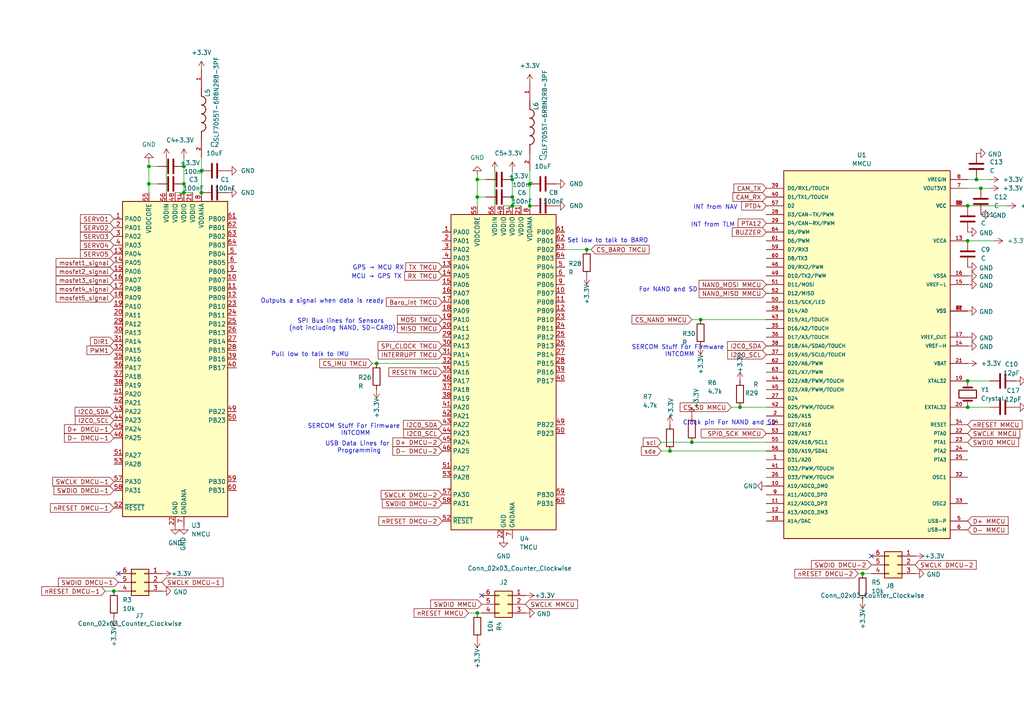
<source format=kicad_sch>
(kicad_sch (version 20250114) (generator "eeschema") (generator_version "9.0")
  (paper "A4")
  (lib_symbols
    (symbol "Connector_Generic:Conn_02x03_Counter_Clockwise" (pin_names (offset 1.016) (hide yes))
      (property "Reference" "J" (at 1.27 5.08 0))
      (property "Value" "Conn_02x03_Counter_Clockwise" (at 1.27 -5.08 0))
      (symbol "Conn_02x03_Counter_Clockwise_1_1"
        (rectangle (start -1.27 3.81) (end 3.81 -3.81) (stroke (width 0.254)) (fill (type background)))
        (rectangle (start -1.27 2.667) (end 0 2.413) (stroke (width 0.1524)))
        (rectangle (start -1.27 0.127) (end 0 -0.127) (stroke (width 0.1524)))
        (rectangle (start -1.27 -2.413) (end 0 -2.667) (stroke (width 0.1524)))
        (rectangle (start 3.81 2.667) (end 2.54 2.413) (stroke (width 0.1524)))
        (rectangle (start 3.81 0.127) (end 2.54 -0.127) (stroke (width 0.1524)))
        (rectangle (start 3.81 -2.413) (end 2.54 -2.667) (stroke (width 0.1524)))
        (pin passive line (at -5.08 2.54 0) (length 3.81) (name "Pin_1") (number "1"))
        (pin passive line (at -5.08 0 0) (length 3.81) (name "Pin_2") (number "2"))
        (pin passive line (at -5.08 -2.54 0) (length 3.81) (name "Pin_3") (number "3"))
        (pin passive line (at 7.62 2.54 180) (length 3.81) (name "Pin_6") (number "6"))
        (pin passive line (at 7.62 0 180) (length 3.81) (name "Pin_5") (number "5"))
        (pin passive line (at 7.62 -2.54 180) (length 3.81) (name "Pin_4") (number "4"))
      )
    )
    (symbol "Device:C" (pin_numbers (hide yes)) (pin_names (offset 0.254))
      (property "Reference" "C" (at 0.635 2.54 0))
      (property "Value" "C" (at 0.635 -2.54 0))
      (symbol "C_0_1"
        (polyline (pts (xy -2.032 0.762) (xy 2.032 0.762)) (stroke (width 0.508)))
        (polyline (pts (xy -2.032 -0.762) (xy 2.032 -0.762)) (stroke (width 0.508)))
      )
      (symbol "C_1_1"
        (pin passive line (at 0 3.81 270) (length 2.794) (name "~") (number "1"))
        (pin passive line (at 0 -3.81 90) (length 2.794) (name "~") (number "2"))
      )
    )
    (symbol "Device:Crystal" (pin_numbers (hide yes)) (pin_names (offset 1.016) (hide yes))
      (property "Reference" "Y" (at 0 3.81 0))
      (property "Value" "Crystal" (at 0 -3.81 0))
      (symbol "Crystal_0_1"
        (polyline (pts (xy -2.54 0) (xy -1.905 0)))
        (polyline (pts (xy -1.905 -1.27) (xy -1.905 1.27)) (stroke (width 0.508)))
        (rectangle (start -1.143 2.54) (end 1.143 -2.54) (stroke (width 0.3048)))
        (polyline (pts (xy 1.905 -1.27) (xy 1.905 1.27)) (stroke (width 0.508)))
        (polyline (pts (xy 2.54 0) (xy 1.905 0)))
      )
      (symbol "Crystal_1_1"
        (pin passive line (at -3.81 0 0) (length 1.27) (name "1") (number "1"))
        (pin passive line (at 3.81 0 180) (length 1.27) (name "2") (number "2"))
      )
    )
    (symbol "Device:R" (pin_numbers (hide yes)) (pin_names (offset 0))
      (property "Reference" "R" (at 2.032 0 90))
      (property "Value" "R" (at 0 0 90))
      (symbol "R_0_1"
        (rectangle (start -1.016 -2.54) (end 1.016 2.54) (stroke (width 0.254)))
      )
      (symbol "R_1_1"
        (pin passive line (at 0 3.81 270) (length 1.27) (name "~") (number "1"))
        (pin passive line (at 0 -3.81 90) (length 1.27) (name "~") (number "2"))
      )
    )
    (symbol "MCU_Microchip_SAMD:ATSAMD21J16B-A"
      (property "Reference" "U" (at -13.97 46.99 0))
      (property "Value" "ATSAMD21J16B-A" (at 16.51 46.99 0))
      (symbol "ATSAMD21J16B-A_0_1"
        (rectangle (start -15.24 45.72) (end 15.24 -45.72) (stroke (width 0.254)) (fill (type background)))
      )
      (symbol "ATSAMD21J16B-A_1_1"
        (pin bidirectional line (at -17.78 40.64 0) (length 2.54) (name "PA00") (number "1"))
        (pin bidirectional line (at -17.78 38.1 0) (length 2.54) (name "PA01") (number "2"))
        (pin bidirectional line (at -17.78 35.56 0) (length 2.54) (name "PA02") (number "3"))
        (pin bidirectional line (at -17.78 33.02 0) (length 2.54) (name "PA03") (number "4"))
        (pin bidirectional line (at -17.78 30.48 0) (length 2.54) (name "PA04") (number "13"))
        (pin bidirectional line (at -17.78 27.94 0) (length 2.54) (name "PA05") (number "14"))
        (pin bidirectional line (at -17.78 25.4 0) (length 2.54) (name "PA06") (number "15"))
        (pin bidirectional line (at -17.78 22.86 0) (length 2.54) (name "PA07") (number "16"))
        (pin bidirectional line (at -17.78 20.32 0) (length 2.54) (name "PA08") (number "17"))
        (pin bidirectional line (at -17.78 17.78 0) (length 2.54) (name "PA09") (number "18"))
        (pin bidirectional line (at -17.78 15.24 0) (length 2.54) (name "PA10") (number "19"))
        (pin bidirectional line (at -17.78 12.7 0) (length 2.54) (name "PA11") (number "20"))
        (pin bidirectional line (at -17.78 10.16 0) (length 2.54) (name "PA12") (number "29"))
        (pin bidirectional line (at -17.78 7.62 0) (length 2.54) (name "PA13") (number "30"))
        (pin bidirectional line (at -17.78 5.08 0) (length 2.54) (name "PA14") (number "31"))
        (pin bidirectional line (at -17.78 2.54 0) (length 2.54) (name "PA15") (number "32"))
        (pin bidirectional line (at -17.78 0 0) (length 2.54) (name "PA16") (number "35"))
        (pin bidirectional line (at -17.78 -2.54 0) (length 2.54) (name "PA17") (number "36"))
        (pin bidirectional line (at -17.78 -5.08 0) (length 2.54) (name "PA18") (number "37"))
        (pin bidirectional line (at -17.78 -7.62 0) (length 2.54) (name "PA19") (number "38"))
        (pin bidirectional line (at -17.78 -10.16 0) (length 2.54) (name "PA20") (number "41"))
        (pin bidirectional line (at -17.78 -12.7 0) (length 2.54) (name "PA21") (number "42"))
        (pin bidirectional line (at -17.78 -15.24 0) (length 2.54) (name "PA22") (number "43"))
        (pin bidirectional line (at -17.78 -17.78 0) (length 2.54) (name "PA23") (number "44"))
        (pin bidirectional line (at -17.78 -20.32 0) (length 2.54) (name "PA24") (number "45"))
        (pin bidirectional line (at -17.78 -22.86 0) (length 2.54) (name "PA25") (number "46"))
        (pin bidirectional line (at -17.78 -27.94 0) (length 2.54) (name "PA27") (number "51"))
        (pin bidirectional line (at -17.78 -30.48 0) (length 2.54) (name "PA28") (number "53"))
        (pin bidirectional line (at -17.78 -35.56 0) (length 2.54) (name "PA30") (number "57"))
        (pin bidirectional line (at -17.78 -38.1 0) (length 2.54) (name "PA31") (number "58"))
        (pin input line (at -17.78 -43.18 0) (length 2.54) (name "~{RESET}") (number "52"))
        (pin power_out line (at -7.62 48.26 270) (length 2.54) (name "VDDCORE") (number "55"))
        (pin power_in line (at -2.54 48.26 270) (length 2.54) (name "VDDIN") (number "56"))
        (pin power_in line (at 0 48.26 270) (length 2.54) (name "VDDIO") (number "48"))
        (pin power_in line (at 0 -48.26 90) (length 2.54) (name "GND") (number "22"))
        (pin passive line (at 0 -48.26 90) (length 2.54) (hide yes) (name "GND") (number "33"))
        (pin passive line (at 0 -48.26 90) (length 2.54) (hide yes) (name "GND") (number "47"))
        (pin passive line (at 0 -48.26 90) (length 2.54) (hide yes) (name "GND") (number "54"))
        (pin power_in line (at 2.54 48.26 270) (length 2.54) (name "VDDIO") (number "34"))
        (pin power_in line (at 2.54 -48.26 90) (length 2.54) (name "GNDANA") (number "7"))
        (pin power_in line (at 5.08 48.26 270) (length 2.54) (name "VDDIO") (number "21"))
        (pin power_in line (at 7.62 48.26 270) (length 2.54) (name "VDDANA") (number "8"))
        (pin bidirectional line (at 17.78 40.64 180) (length 2.54) (name "PB00") (number "61"))
        (pin bidirectional line (at 17.78 38.1 180) (length 2.54) (name "PB01") (number "62"))
        (pin bidirectional line (at 17.78 35.56 180) (length 2.54) (name "PB02") (number "63"))
        (pin bidirectional line (at 17.78 33.02 180) (length 2.54) (name "PB03") (number "64"))
        (pin bidirectional line (at 17.78 30.48 180) (length 2.54) (name "PB04") (number "5"))
        (pin bidirectional line (at 17.78 27.94 180) (length 2.54) (name "PB05") (number "6"))
        (pin bidirectional line (at 17.78 25.4 180) (length 2.54) (name "PB06") (number "9"))
        (pin bidirectional line (at 17.78 22.86 180) (length 2.54) (name "PB07") (number "10"))
        (pin bidirectional line (at 17.78 20.32 180) (length 2.54) (name "PB08") (number "11"))
        (pin bidirectional line (at 17.78 17.78 180) (length 2.54) (name "PB09") (number "12"))
        (pin bidirectional line (at 17.78 15.24 180) (length 2.54) (name "PB10") (number "23"))
        (pin bidirectional line (at 17.78 12.7 180) (length 2.54) (name "PB11") (number "24"))
        (pin bidirectional line (at 17.78 10.16 180) (length 2.54) (name "PB12") (number "25"))
        (pin bidirectional line (at 17.78 7.62 180) (length 2.54) (name "PB13") (number "26"))
        (pin bidirectional line (at 17.78 5.08 180) (length 2.54) (name "PB14") (number "27"))
        (pin bidirectional line (at 17.78 2.54 180) (length 2.54) (name "PB15") (number "28"))
        (pin bidirectional line (at 17.78 0 180) (length 2.54) (name "PB16") (number "39"))
        (pin bidirectional line (at 17.78 -2.54 180) (length 2.54) (name "PB17") (number "40"))
        (pin bidirectional line (at 17.78 -15.24 180) (length 2.54) (name "PB22") (number "49"))
        (pin bidirectional line (at 17.78 -17.78 180) (length 2.54) (name "PB23") (number "50"))
        (pin bidirectional line (at 17.78 -35.56 180) (length 2.54) (name "PB30") (number "59"))
        (pin bidirectional line (at 17.78 -38.1 180) (length 2.54) (name "PB31") (number "60"))
      )
    )
    (symbol "MK20DX256VLH7:MK20DX256VLH7" (pin_names (offset 1.016))
      (property "Reference" "U" (at -3.557 56.6582 0))
      (property "Value" "MK20DX256VLH7" (at -5.0839 -53.3807 0))
      (symbol "MK20DX256VLH7_0_0"
        (rectangle (start -22.86 -50.8) (end 25.4 55.88) (stroke (width 0.254)) (fill (type background)))
        (pin bidirectional line (at -27.94 50.8 0) (length 5.08) (name "D0/RX1/TOUCH") (number "39"))
        (pin bidirectional line (at -27.94 48.26 0) (length 5.08) (name "D1/TX1/TOUCH") (number "40"))
        (pin bidirectional line (at -27.94 45.72 0) (length 5.08) (name "D2") (number "57"))
        (pin bidirectional line (at -27.94 43.18 0) (length 5.08) (name "D3/CAN-TX/PWM") (number "28"))
        (pin bidirectional line (at -27.94 40.64 0) (length 5.08) (name "D4/CAN-RX/PWM") (number "29"))
        (pin bidirectional line (at -27.94 38.1 0) (length 5.08) (name "D5/PWM") (number "64"))
        (pin bidirectional line (at -27.94 35.56 0) (length 5.08) (name "D6/PWM") (number "61"))
        (pin bidirectional line (at -27.94 33.02 0) (length 5.08) (name "D7/RX3") (number "59"))
        (pin bidirectional line (at -27.94 30.48 0) (length 5.08) (name "D8/TX3") (number "60"))
        (pin bidirectional line (at -27.94 27.94 0) (length 5.08) (name "D9/RX2/PWM") (number "46"))
        (pin bidirectional line (at -27.94 25.4 0) (length 5.08) (name "D10/TX2/PWM") (number "49"))
        (pin bidirectional line (at -27.94 22.86 0) (length 5.08) (name "D11/MOSI") (number "51"))
        (pin bidirectional line (at -27.94 20.32 0) (length 5.08) (name "D12/MISO") (number "52"))
        (pin bidirectional line (at -27.94 17.78 0) (length 5.08) (name "D13/SCK/LED") (number "50"))
        (pin bidirectional line (at -27.94 15.24 0) (length 5.08) (name "D14/A0") (number "58"))
        (pin bidirectional line (at -27.94 12.7 0) (length 5.08) (name "D15/A1/TOUCH") (number "43"))
        (pin bidirectional line (at -27.94 10.16 0) (length 5.08) (name "D16/A2/TOUCH") (number "35"))
        (pin bidirectional line (at -27.94 7.62 0) (length 5.08) (name "D17/A3/TOUCH") (number "36"))
        (pin bidirectional line (at -27.94 5.08 0) (length 5.08) (name "D18/A4/SDA0/TOUCH") (number "38"))
        (pin bidirectional line (at -27.94 2.54 0) (length 5.08) (name "D19/A5/SCL0/TOUCH") (number "37"))
        (pin bidirectional line (at -27.94 0 0) (length 5.08) (name "D20/A6/PWM") (number "62"))
        (pin bidirectional line (at -27.94 -2.54 0) (length 5.08) (name "D21/A7/PWM") (number "63"))
        (pin bidirectional line (at -27.94 -5.08 0) (length 5.08) (name "D22/A8/PWM/TOUCH") (number "44"))
        (pin bidirectional line (at -27.94 -7.62 0) (length 5.08) (name "D23/A9/PWM/TOUCH") (number "45"))
        (pin bidirectional line (at -27.94 -10.16 0) (length 5.08) (name "D24") (number "27"))
        (pin bidirectional line (at -27.94 -12.7 0) (length 5.08) (name "D25/PWM/TOUCH") (number "42"))
        (pin bidirectional line (at -27.94 -15.24 0) (length 5.08) (name "D26/A15") (number "2"))
        (pin bidirectional line (at -27.94 -17.78 0) (length 5.08) (name "D27/A16") (number "54"))
        (pin bidirectional line (at -27.94 -20.32 0) (length 5.08) (name "D28/A17") (number "53"))
        (pin bidirectional line (at -27.94 -22.86 0) (length 5.08) (name "D29/A18/SCL1") (number "55"))
        (pin bidirectional line (at -27.94 -25.4 0) (length 5.08) (name "D30/A19/SDA1") (number "56"))
        (pin bidirectional line (at -27.94 -27.94 0) (length 5.08) (name "D31/A20") (number "1"))
        (pin bidirectional line (at -27.94 -30.48 0) (length 5.08) (name "D32/PWM/TOUCH") (number "41"))
        (pin bidirectional line (at -27.94 -33.02 0) (length 5.08) (name "D33/PWM/TOUCH") (number "26"))
        (pin bidirectional line (at -27.94 -35.56 0) (length 5.08) (name "A10/ADC0_DM0") (number "10"))
        (pin bidirectional line (at -27.94 -38.1 0) (length 5.08) (name "A11/ADC0_DP0") (number "9"))
        (pin bidirectional line (at -27.94 -40.64 0) (length 5.08) (name "A12/ADC0_DP3") (number "11"))
        (pin bidirectional line (at -27.94 -43.18 0) (length 5.08) (name "A13/ADC0_DM3") (number "12"))
        (pin bidirectional line (at -27.94 -45.72 0) (length 5.08) (name "A14/DAC") (number "18"))
        (pin bidirectional line (at 30.48 53.34 180) (length 5.08) (name "VREGIN") (number "8"))
        (pin bidirectional line (at 30.48 50.8 180) (length 5.08) (name "VOUT3V3") (number "7"))
        (pin bidirectional line (at 30.48 45.72 180) (length 5.08) (name "VCC") (number "3"))
        (pin bidirectional line (at 30.48 45.72 180) (length 5.08) (name "VCC") (number "30"))
        (pin bidirectional line (at 30.48 45.72 180) (length 5.08) (name "VCC") (number "48"))
        (pin bidirectional line (at 30.48 35.56 180) (length 5.08) (name "VCCA") (number "13"))
        (pin bidirectional line (at 30.48 25.4 180) (length 5.08) (name "VSSA") (number "16"))
        (pin bidirectional line (at 30.48 22.86 180) (length 5.08) (name "VREF-L") (number "15"))
        (pin bidirectional line (at 30.48 15.24 180) (length 5.08) (name "VSS") (number "31"))
        (pin bidirectional line (at 30.48 15.24 180) (length 5.08) (name "VSS") (number "4"))
        (pin bidirectional line (at 30.48 15.24 180) (length 5.08) (name "VSS") (number "47"))
        (pin bidirectional line (at 30.48 7.62 180) (length 5.08) (name "VREF_OUT") (number "17"))
        (pin bidirectional line (at 30.48 5.08 180) (length 5.08) (name "VREF-H") (number "14"))
        (pin bidirectional line (at 30.48 0 180) (length 5.08) (name "VBAT") (number "21"))
        (pin bidirectional line (at 30.48 -5.08 180) (length 5.08) (name "XTAL32") (number "19"))
        (pin bidirectional line (at 30.48 -12.7 180) (length 5.08) (name "EXTAL32") (number "20"))
        (pin bidirectional line (at 30.48 -17.78 180) (length 5.08) (name "RESET") (number "34"))
        (pin bidirectional line (at 30.48 -20.32 180) (length 5.08) (name "PTA0") (number "22"))
        (pin bidirectional line (at 30.48 -22.86 180) (length 5.08) (name "PTA1") (number "23"))
        (pin bidirectional line (at 30.48 -25.4 180) (length 5.08) (name "PTA2") (number "24"))
        (pin bidirectional line (at 30.48 -27.94 180) (length 5.08) (name "PTA3") (number "25"))
        (pin bidirectional line (at 30.48 -33.02 180) (length 5.08) (name "OSC1") (number "32"))
        (pin bidirectional line (at 30.48 -40.64 180) (length 5.08) (name "OSC2") (number "33"))
        (pin bidirectional line (at 30.48 -45.72 180) (length 5.08) (name "USB-P") (number "5"))
        (pin bidirectional line (at 30.48 -48.26 180) (length 5.08) (name "USB-M") (number "6"))
      )
    )
    (symbol "SLF7055T-6R8N2R8-3PF[1]:SLF7055T-6R8N2R8-3PF" (pin_names (offset 1.016))
      (property "Reference" "L" (at -10.16 5.08 0))
      (property "Value" "SLF7055T-6R8N2R8-3PF" (at -10.16 -5.08 0))
      (symbol "SLF7055T-6R8N2R8-3PF_0_0"
        (polyline (pts (xy -5.08 0) (xy -7.62 0)) (stroke (width 0.254)))
        (arc (start -5.08 0) (mid -3.81 1.2645) (end -2.54 0) (stroke (width 0.254)))
        (arc (start -2.54 0) (mid -1.27 1.2645) (end 0 0) (stroke (width 0.254)))
        (arc (start 0 0) (mid 1.27 1.2645) (end 2.54 0) (stroke (width 0.254)))
        (arc (start 2.54 0) (mid 3.81 1.2645) (end 5.08 0) (stroke (width 0.254)))
        (polyline (pts (xy 5.08 0) (xy 7.62 0)) (stroke (width 0.254)))
        (pin passive line (at -12.7 0 0) (length 5.08) (name "~") (number "1"))
        (pin passive line (at 12.7 0 180) (length 5.08) (name "~") (number "2"))
      )
    )
    (symbol "power:+3.3V" (power) (pin_numbers (hide yes)) (pin_names (offset 0) (hide yes))
      (property "Value" "+3.3V" (at 0 3.556 0))
      (symbol "+3.3V_0_1"
        (polyline (pts (xy -0.762 1.27) (xy 0 2.54)))
        (polyline (pts (xy 0 2.54) (xy 0.762 1.27)))
        (polyline (pts (xy 0 0) (xy 0 2.54)))
      )
      (symbol "+3.3V_1_1"
        (pin power_in line (at 0 0 90) (length 0) (name "~") (number "1"))
      )
    )
    (symbol "power:GND" (power) (pin_numbers (hide yes)) (pin_names (offset 0) (hide yes))
      (property "Value" "GND" (at 0 -3.81 0))
      (symbol "GND_0_1"
        (polyline (pts (xy 0 0) (xy 0 -1.27) (xy 1.27 -1.27) (xy 0 -2.54) (xy -1.27 -1.27) (xy 0 -1.27)))
      )
      (symbol "GND_1_1"
        (pin power_in line (at 0 0 270) (length 0) (name "~") (number "1"))
      )
    )
  )
  (text "SERCOM Stuff For Firmware \nINTCOMM" (at 197.104 101.854 0) (effects (font (size 1.27 1.27))))
  (text "For NAND and SD" (at 193.802 84.074 0) (effects (font (size 1.27 1.27))))
  (text "Pull low to talk to IMU" (at 89.916 102.87 0) (effects (font (size 1.27 1.27))))
  (text "INT from TLM" (at 206.756 65.278 0) (effects (font (size 1.27 1.27))))
  (text "GPS → MCU RX" (at 109.728 77.724 0) (effects (font (size 1.27 1.27))))
  (text "Clock pin For NAND and SD" (at 211.582 122.682 0) (effects (font (size 1.27 1.27))))
  (text "SERCOM Stuff For Firmware \nINTCOMM" (at 103.124 124.714 0) (effects (font (size 1.27 1.27))))
  (text "MCU → GPS TX" (at 109.22 80.264 0) (effects (font (size 1.27 1.27))))
  (text "Outputs a signal when data is ready" (at 93.472 87.376 0) (effects (font (size 1.27 1.27))))
  (text "Set low to talk to BARO" (at 176.276 69.85 0) (effects (font (size 1.27 1.27))))
  (text "INT from NAV" (at 207.518 60.198 0) (effects (font (size 1.27 1.27))))
  (text "USB Data Lines for \nProgramming" (at 104.14 129.794 0) (effects (font (size 1.27 1.27))))
  (text "SPI Bus lines for Sensors \n(not including NAND, SD-CARD)" (at 99.314 94.234 0) (effects (font (size 1.27 1.27))))
  (junction (at 148.59 52.07))
  (junction (at 284.48 54.61))
  (junction (at 148.59 59.69))
  (junction (at 148.59 57.15))
  (junction (at 58.42 49.53))
  (junction (at 33.02 171.45))
  (junction (at 153.67 53.34))
  (junction (at 138.43 177.8))
  (junction (at 138.43 52.07))
  (junction (at 53.34 48.26))
  (junction (at 214.63 118.11))
  (junction (at 200.66 128.27))
  (junction (at 194.31 130.81))
  (junction (at 53.34 55.88))
  (junction (at 109.22 105.41))
  (junction (at 153.67 59.69))
  (junction (at 170.18 72.39))
  (junction (at 280.67 59.69))
  (junction (at 280.67 110.49))
  (junction (at 280.67 69.85))
  (junction (at 43.18 48.26))
  (junction (at 250.19 166.37))
  (junction (at 43.18 53.34))
  (junction (at 138.43 57.15))
  (junction (at 280.67 118.11))
  (junction (at 203.2 92.71))
  (junction (at 53.34 53.34))
  (junction (at 58.42 55.88))
  (junction (at 283.21 52.07))
  (no_connect (at 139.7 172.72))
  (no_connect (at 252.73 161.29))
  (no_connect (at 34.29 166.37))
  (wire (pts (xy 43.18 53.34) (xy 43.18 55.88)))
  (wire (pts (xy 191.77 128.27) (xy 200.66 128.27)))
  (wire (pts (xy 250.19 166.37) (xy 252.73 166.37)))
  (wire (pts (xy 143.51 49.53) (xy 143.51 59.69)))
  (wire (pts (xy 43.18 48.26) (xy 45.72 48.26)))
  (wire (pts (xy 138.43 52.07) (xy 138.43 57.15)))
  (wire (pts (xy 43.18 46.99) (xy 43.18 48.26)))
  (wire (pts (xy 153.67 49.53) (xy 153.67 53.34)))
  (wire (pts (xy 53.34 53.34) (xy 53.34 55.88)))
  (wire (pts (xy 135.89 177.8) (xy 138.43 177.8)))
  (wire (pts (xy 138.43 57.15) (xy 138.43 59.69)))
  (wire (pts (xy 170.18 72.39) (xy 163.83 72.39)))
  (wire (pts (xy 148.59 49.53) (xy 148.59 52.07)))
  (wire (pts (xy 53.34 48.26) (xy 53.34 53.34)))
  (wire (pts (xy 138.43 50.8) (xy 138.43 52.07)))
  (wire (pts (xy 58.42 49.53) (xy 58.42 55.88)))
  (wire (pts (xy 280.67 59.69) (xy 292.1 59.69)))
  (wire (pts (xy 43.18 48.26) (xy 43.18 53.34)))
  (wire (pts (xy 58.42 45.72) (xy 58.42 49.53)))
  (wire (pts (xy 287.02 118.11) (xy 280.67 118.11)))
  (wire (pts (xy 280.67 52.07) (xy 283.21 52.07)))
  (wire (pts (xy 107.95 105.41) (xy 109.22 105.41)))
  (wire (pts (xy 48.26 45.72) (xy 48.26 55.88)))
  (wire (pts (xy 53.34 45.72) (xy 53.34 48.26)))
  (wire (pts (xy 148.59 57.15) (xy 148.59 59.69)))
  (wire (pts (xy 148.59 52.07) (xy 148.59 57.15)))
  (wire (pts (xy 146.05 59.69) (xy 148.59 59.69)))
  (wire (pts (xy 194.31 130.81) (xy 222.25 130.81)))
  (wire (pts (xy 212.09 118.11) (xy 214.63 118.11)))
  (wire (pts (xy 283.21 52.07) (xy 287.02 52.07)))
  (wire (pts (xy 153.67 53.34) (xy 153.67 59.69)))
  (wire (pts (xy 53.34 55.88) (xy 55.88 55.88)))
  (wire (pts (xy 288.29 69.85) (xy 280.67 69.85)))
  (wire (pts (xy 30.48 171.45) (xy 33.02 171.45)))
  (wire (pts (xy 203.2 92.71) (xy 222.25 92.71)))
  (wire (pts (xy 280.67 54.61) (xy 284.48 54.61)))
  (wire (pts (xy 200.66 92.71) (xy 203.2 92.71)))
  (wire (pts (xy 148.59 59.69) (xy 151.13 59.69)))
  (wire (pts (xy 171.45 72.39) (xy 170.18 72.39)))
  (wire (pts (xy 200.66 128.27) (xy 222.25 128.27)))
  (wire (pts (xy 50.8 55.88) (xy 53.34 55.88)))
  (wire (pts (xy 214.63 118.11) (xy 222.25 118.11)))
  (wire (pts (xy 138.43 57.15) (xy 140.97 57.15)))
  (wire (pts (xy 191.77 130.81) (xy 194.31 130.81)))
  (wire (pts (xy 138.43 177.8) (xy 139.7 177.8)))
  (wire (pts (xy 287.02 110.49) (xy 280.67 110.49)))
  (wire (pts (xy 43.18 53.34) (xy 45.72 53.34)))
  (wire (pts (xy 138.43 52.07) (xy 140.97 52.07)))
  (wire (pts (xy 33.02 171.45) (xy 34.29 171.45)))
  (wire (pts (xy 248.92 166.37) (xy 250.19 166.37)))
  (wire (pts (xy 284.48 54.61) (xy 287.02 54.61)))
  (wire (pts (xy 109.22 105.41) (xy 128.27 105.41)))
  (global_label "SWDIO DMCU-2" (shape input) (at 252.73 163.83 180) (property "Intersheetrefs" "${INTERSHEET_REFS}" (effects (hide yes))))
  (global_label "NAND_MOSI MMCU" (shape input) (at 222.25 82.55 180) (property "Intersheetrefs" "${INTERSHEET_REFS}" (effects (hide yes))))
  (global_label "DIR1" (shape input) (at 33.02 99.06 180) (property "Intersheetrefs" "${INTERSHEET_REFS}" (effects (hide yes))))
  (global_label "SWCLK DMCU-2" (shape input) (at 128.27 143.51 180) (property "Intersheetrefs" "${INTERSHEET_REFS}" (effects (hide yes))))
  (global_label "sda" (shape input) (at 191.77 130.81 180) (property "Intersheetrefs" "${INTERSHEET_REFS}" (effects (hide yes))))
  (global_label "RESETN TMCU" (shape input) (at 128.27 107.95 180) (property "Intersheetrefs" "${INTERSHEET_REFS}" (effects (hide yes))))
  (global_label "SPI_CLOCK TMCU" (shape input) (at 128.27 100.33 180) (property "Intersheetrefs" "${INTERSHEET_REFS}" (effects (hide yes))))
  (global_label "SWCLK MMCU" (shape input) (at 280.67 125.73 0) (property "Intersheetrefs" "${INTERSHEET_REFS}" (effects (hide yes))))
  (global_label "SWCLK DMCU-1" (shape input) (at 46.99 168.91 0) (property "Intersheetrefs" "${INTERSHEET_REFS}" (effects (hide yes))))
  (global_label "SWCLK DMCU-1" (shape input) (at 33.02 139.7 180) (property "Intersheetrefs" "${INTERSHEET_REFS}" (effects (hide yes))))
  (global_label "PTD4" (shape input) (at 222.25 59.69 180) (property "Intersheetrefs" "${INTERSHEET_REFS}" (effects (hide yes))))
  (global_label "mosfet4_signal" (shape input) (at 33.02 83.82 180) (property "Intersheetrefs" "${INTERSHEET_REFS}" (effects (hide yes))))
  (global_label "SWCLK MMCU" (shape input) (at 152.4 175.26 0) (property "Intersheetrefs" "${INTERSHEET_REFS}" (effects (hide yes))))
  (global_label "D- DMCU-2" (shape input) (at 128.27 130.81 180) (property "Intersheetrefs" "${INTERSHEET_REFS}" (effects (hide yes))))
  (global_label "mosfet2_signal" (shape input) (at 33.02 78.74 180) (property "Intersheetrefs" "${INTERSHEET_REFS}" (effects (hide yes))))
  (global_label "nRESET DMCU-1" (shape input) (at 30.48 171.45 180) (property "Intersheetrefs" "${INTERSHEET_REFS}" (effects (hide yes))))
  (global_label "SERVO4" (shape input) (at 33.02 71.12 180) (property "Intersheetrefs" "${INTERSHEET_REFS}" (effects (hide yes))))
  (global_label "nRESET DMCU-2" (shape input) (at 248.92 166.37 180) (property "Intersheetrefs" "${INTERSHEET_REFS}" (effects (hide yes))))
  (global_label "nRESET MMCU" (shape input) (at 135.89 177.8 180) (property "Intersheetrefs" "${INTERSHEET_REFS}" (effects (hide yes))))
  (global_label "I2C0_SDA" (shape input) (at 128.27 123.19 180) (property "Intersheetrefs" "${INTERSHEET_REFS}" (effects (hide yes))))
  (global_label "SWDIO DMCU-1" (shape input) (at 33.02 142.24 180) (property "Intersheetrefs" "${INTERSHEET_REFS}" (effects (hide yes))))
  (global_label "BUZZER" (shape input) (at 222.25 67.31 180) (property "Intersheetrefs" "${INTERSHEET_REFS}" (effects (hide yes))))
  (global_label "I2C0_SCL" (shape input) (at 128.27 125.73 180) (property "Intersheetrefs" "${INTERSHEET_REFS}" (effects (hide yes))))
  (global_label "SWCLK DMCU-2" (shape input) (at 265.43 163.83 0) (property "Intersheetrefs" "${INTERSHEET_REFS}" (effects (hide yes))))
  (global_label "nRESET DMCU-1" (shape input) (at 33.02 147.32 180) (property "Intersheetrefs" "${INTERSHEET_REFS}" (effects (hide yes))))
  (global_label "D- MMCU" (shape input) (at 280.67 153.67 0) (property "Intersheetrefs" "${INTERSHEET_REFS}" (effects (hide yes))))
  (global_label "CAM_RX" (shape input) (at 222.25 57.15 180) (property "Intersheetrefs" "${INTERSHEET_REFS}" (effects (hide yes))))
  (global_label "D+ DMCU-1" (shape input) (at 33.02 124.46 180) (property "Intersheetrefs" "${INTERSHEET_REFS}" (effects (hide yes))))
  (global_label "I2C0_SCL" (shape input) (at 222.25 102.87 180) (property "Intersheetrefs" "${INTERSHEET_REFS}" (effects (hide yes))))
  (global_label "PTA12" (shape input) (at 222.25 64.77 180) (property "Intersheetrefs" "${INTERSHEET_REFS}" (effects (hide yes))))
  (global_label " SPI0_SCK MMCU" (shape input) (at 222.25 125.73 180) (property "Intersheetrefs" "${INTERSHEET_REFS}" (effects (hide yes))))
  (global_label "CS_NAND MMCU" (shape input) (at 200.66 92.71 180) (property "Intersheetrefs" "${INTERSHEET_REFS}" (effects (hide yes))))
  (global_label "RX TMCU" (shape input) (at 128.27 80.01 180) (property "Intersheetrefs" "${INTERSHEET_REFS}" (effects (hide yes))))
  (global_label "SWDIO MMCU" (shape input) (at 139.7 175.26 180) (property "Intersheetrefs" "${INTERSHEET_REFS}" (effects (hide yes))))
  (global_label "CS_SD MMCU" (shape input) (at 212.09 118.11 180) (property "Intersheetrefs" "${INTERSHEET_REFS}" (effects (hide yes))))
  (global_label "scl" (shape input) (at 191.77 128.27 180) (property "Intersheetrefs" "${INTERSHEET_REFS}" (effects (hide yes))))
  (global_label "D+ DMCU-2" (shape input) (at 128.27 128.27 180) (property "Intersheetrefs" "${INTERSHEET_REFS}" (effects (hide yes))))
  (global_label "SWDIO DMCU-1" (shape input) (at 34.29 168.91 180) (property "Intersheetrefs" "${INTERSHEET_REFS}" (effects (hide yes))))
  (global_label "I2C0_SDA" (shape input) (at 33.02 119.38 180) (property "Intersheetrefs" "${INTERSHEET_REFS}" (effects (hide yes))))
  (global_label "SWDIO MMCU" (shape input) (at 280.67 128.27 0) (property "Intersheetrefs" "${INTERSHEET_REFS}" (effects (hide yes))))
  (global_label "nRESET DMCU-2" (shape input) (at 128.27 151.13 180) (property "Intersheetrefs" "${INTERSHEET_REFS}" (effects (hide yes))))
  (global_label "SERVO5" (shape input) (at 33.02 73.66 180) (property "Intersheetrefs" "${INTERSHEET_REFS}" (effects (hide yes))))
  (global_label "SERVO3" (shape input) (at 33.02 68.58 180) (property "Intersheetrefs" "${INTERSHEET_REFS}" (effects (hide yes))))
  (global_label "INTERRUPT TMCU" (shape input) (at 128.27 102.87 180) (property "Intersheetrefs" "${INTERSHEET_REFS}" (effects (hide yes))))
  (global_label "CS_BARO TMCU" (shape input) (at 171.45 72.39 0) (property "Intersheetrefs" "${INTERSHEET_REFS}" (effects (hide yes))))
  (global_label "SERVO2" (shape input) (at 33.02 66.04 180) (property "Intersheetrefs" "${INTERSHEET_REFS}" (effects (hide yes))))
  (global_label "MOSI TMCU" (shape input) (at 128.27 92.71 180) (property "Intersheetrefs" "${INTERSHEET_REFS}" (effects (hide yes))))
  (global_label "CAM_TX" (shape input) (at 222.25 54.61 180) (property "Intersheetrefs" "${INTERSHEET_REFS}" (effects (hide yes))))
  (global_label "mosfet3_signal" (shape input) (at 33.02 81.28 180) (property "Intersheetrefs" "${INTERSHEET_REFS}" (effects (hide yes))))
  (global_label "TX TMCU" (shape input) (at 128.27 77.47 180) (property "Intersheetrefs" "${INTERSHEET_REFS}" (effects (hide yes))))
  (global_label "MISO TMCU" (shape input) (at 128.27 95.25 180) (property "Intersheetrefs" "${INTERSHEET_REFS}" (effects (hide yes))))
  (global_label "mosfet1_signal" (shape input) (at 33.02 76.2 180) (property "Intersheetrefs" "${INTERSHEET_REFS}" (effects (hide yes))))
  (global_label "PWM1" (shape input) (at 33.02 101.6 180) (property "Intersheetrefs" "${INTERSHEET_REFS}" (effects (hide yes))))
  (global_label "SWDIO DMCU-2" (shape input) (at 128.27 146.05 180) (property "Intersheetrefs" "${INTERSHEET_REFS}" (effects (hide yes))))
  (global_label "Baro_int TMCU" (shape input) (at 128.27 87.63 180) (property "Intersheetrefs" "${INTERSHEET_REFS}" (effects (hide yes))))
  (global_label "I2C0_SDA" (shape input) (at 222.25 100.33 180) (property "Intersheetrefs" "${INTERSHEET_REFS}" (effects (hide yes))))
  (global_label "D- DMCU-1" (shape input) (at 33.02 127 180) (property "Intersheetrefs" "${INTERSHEET_REFS}" (effects (hide yes))))
  (global_label "CS_IMU TMCU" (shape input) (at 107.95 105.41 180) (property "Intersheetrefs" "${INTERSHEET_REFS}" (effects (hide yes))))
  (global_label "I2C0_SCL" (shape input) (at 33.02 121.92 180) (property "Intersheetrefs" "${INTERSHEET_REFS}" (effects (hide yes))))
  (global_label "SERVO1" (shape input) (at 33.02 63.5 180) (property "Intersheetrefs" "${INTERSHEET_REFS}" (effects (hide yes))))
  (global_label "D+ MMCU" (shape input) (at 280.67 151.13 0) (property "Intersheetrefs" "${INTERSHEET_REFS}" (effects (hide yes))))
  (global_label "NAND_MISO MMCU" (shape input) (at 222.25 85.09 180) (property "Intersheetrefs" "${INTERSHEET_REFS}" (effects (hide yes))))
  (global_label "nRESET MMCU" (shape input) (at 280.67 123.19 0) (property "Intersheetrefs" "${INTERSHEET_REFS}" (effects (hide yes))))
  (global_label "mosfet5_signal" (shape input) (at 33.02 86.36 180) (property "Intersheetrefs" "${INTERSHEET_REFS}" (effects (hide yes))))
  (symbol (lib_id "power:+3.3V") (at 287.02 52.07 270) (unit 1)
    (property "Reference" "#PWR033" (effects (hide yes)))
    (property "Value" "+3.3V" (at 290.83 52.0699 90) (effects (justify left)))
    (property "Description" "Power symbol creates a global label with name \"+3.3V\"" (effects (hide yes)))
  )
  (symbol (lib_id "power:GND") (at 280.67 97.79 90) (unit 1)
    (property "Reference" "#PWR04" (effects (hide yes)))
    (property "Value" "GND" (at 283.972 98.044 90) (effects (justify right)))
    (property "Description" "Power symbol creates a global label with name \"GND\" , ground" (effects (hide yes)))
  )
  (symbol (lib_id "power:+3.3V") (at 203.2 100.33 180) (unit 1)
    (property "Reference" "#PWR099" (effects (hide yes)))
    (property "Value" "+3.3V" (at 203.2 105.664 90))
    (property "Description" "Power symbol creates a global label with name \"+3.3V\"" (effects (hide yes)))
  )
  (symbol (lib_id "Device:R") (at 33.02 175.26 0) (unit 1)
    (property "Reference" "R3" (at 35.56 173.9899 0) (effects (justify left)))
    (property "Value" "10k" (at 35.56 176.5299 0) (effects (justify left)))
    (property "Description" "Resistor" (effects (hide yes)))
  )
  (symbol (lib_id "power:GND") (at 138.43 50.8 180) (unit 1)
    (property "Reference" "#PWR020" (effects (hide yes)))
    (property "Value" "GND" (at 138.43 45.72 0))
    (property "Description" "Power symbol creates a global label with name \"GND\" , ground" (effects (hide yes)))
  )
  (symbol (lib_id "Device:C") (at 144.78 52.07 90) (unit 1)
    (property "Reference" "C5" (at 144.78 44.45 90))
    (property "Value" "100nF" (at 151.638 53.594 90))
    (property "Description" "Unpolarized capacitor" (effects (hide yes)))
  )
  (symbol (lib_id "power:+3.3V") (at 287.02 54.61 270) (unit 1)
    (property "Reference" "#PWR034" (effects (hide yes)))
    (property "Value" "+3.3V" (at 290.83 54.6099 90) (effects (justify left)))
    (property "Description" "Power symbol creates a global label with name \"+3.3V\"" (effects (hide yes)))
  )
  (symbol (lib_id "SLF7055T-6R8N2R8-3PF[1]:SLF7055T-6R8N2R8-3PF") (at 153.67 36.83 270) (unit 1)
    (property "Reference" "L6" (at 155.448 32.004 0) (effects (justify right)))
    (property "Value" "SLF7055T-6R8N2R8-3PF" (at 157.988 44.958 0) (effects (justify right)))
    (property "Footprint" "Inductor_SMD:L_7.3x7.3_H4.5" (effects (hide yes)))
    (property "MF" "TDK" (effects (hide yes)))
    (property "MAXIMUM_PACKAGE_HEIGHT" "5.8 mm" (effects (hide yes)))
    (property "Package" "NON STANDARD-2 TDK" (effects (hide yes)))
    (property "Price" "None" (effects (hide yes)))
    (property "Check_prices" "https://www.snapeda.com/parts/SLF7055T-6R8N2R8-3PF/TDK/view-part/?ref=eda" (effects (hide yes)))
    (property "STANDARD" "Manufacturer Recommendations" (effects (hide yes)))
    (property "PARTREV" "N/A" (effects (hide yes)))
    (property "SnapEDA_Link" "https://www.snapeda.com/parts/SLF7055T-6R8N2R8-3PF/TDK/view-part/?ref=snap" (effects (hide yes)))
    (property "MP" "SLF7055T-6R8N2R8-3PF" (effects (hide yes)))
    (property "Description_1" "Inductor Power Shielded Wirewound 6.8uH 30% 100KHz Ferrite 2.8A 44.2mOhm DCR T/R" (effects (hide yes)))
    (property "Availability" "In Stock" (effects (hide yes)))
    (property "MANUFACTURER" "TDK" (effects (hide yes)))
  )
  (symbol (lib_id "Device:C") (at 62.23 55.88 90) (unit 1)
    (property "Reference" "C1" (at 65.278 52.07 90))
    (property "Value" "100nF" (at 65.278 54.61 90))
    (property "Description" "Unpolarized capacitor" (effects (hide yes)))
  )
  (symbol (lib_id "Device:R") (at 170.18 76.2 0) (unit 1)
    (property "Reference" "R28" (at 164.846 76.454 0) (effects (justify left)))
    (property "Value" "R" (at 164.846 78.994 0) (effects (justify left)))
    (property "Description" "Resistor" (effects (hide yes)))
  )
  (symbol (lib_id "power:+3.3V") (at 46.99 166.37 270) (mirror x) (unit 1)
    (property "Reference" "#PWR0210" (effects (hide yes)))
    (property "Value" "+3.3V" (at 52.578 166.37 90))
    (property "Description" "Power symbol creates a global label with name \"+3.3V\"" (effects (hide yes)))
  )
  (symbol (lib_id "Connector_Generic:Conn_02x03_Counter_Clockwise") (at 260.35 163.83 0) (mirror y) (unit 1)
    (property "Reference" "J8" (at 259.334 169.926 0) (effects (justify left)))
    (property "Value" "Conn_02x03_Counter_Clockwise" (at 268.224 172.72 0) (effects (justify left)))
    (property "Description" "Generic connector, double row, 02x03, counter clockwise pin numbering scheme (similar to DIP package numbering), script generated (kicad-library-utils/schlib/autogen/connector/)" (effects (hide yes)))
  )
  (symbol (lib_id "power:+3.3V") (at 265.43 161.29 270) (mirror x) (unit 1)
    (property "Reference" "#PWR0211" (effects (hide yes)))
    (property "Value" "+3.3V" (at 271.018 161.29 90))
    (property "Description" "Power symbol creates a global label with name \"+3.3V\"" (effects (hide yes)))
  )
  (symbol (lib_id "power:+3.3V") (at 109.22 113.03 180) (unit 1)
    (property "Reference" "#PWR095" (effects (hide yes)))
    (property "Value" "+3.3V" (at 109.22 118.364 90))
    (property "Description" "Power symbol creates a global label with name \"+3.3V\"" (effects (hide yes)))
  )
  (symbol (lib_id "power:GND") (at 280.67 80.01 90) (unit 1)
    (property "Reference" "#PWR01" (effects (hide yes)))
    (property "Value" "GND" (at 283.972 80.264 90) (effects (justify right)))
    (property "Description" "Power symbol creates a global label with name \"GND\" , ground" (effects (hide yes)))
  )
  (symbol (lib_id "Device:R") (at 250.19 170.18 0) (unit 1)
    (property "Reference" "R5" (at 252.73 168.9099 0) (effects (justify left)))
    (property "Value" "10k" (at 252.73 171.4499 0) (effects (justify left)))
    (property "Description" "Resistor" (effects (hide yes)))
  )
  (symbol (lib_id "power:+3.3V") (at 292.1 59.69 270) (unit 1)
    (property "Reference" "#PWR050" (effects (hide yes)))
    (property "Value" "+3.3V" (at 295.91 59.6899 90) (effects (justify left)))
    (property "Description" "Power symbol creates a global label with name \"+3.3V\"" (effects (hide yes)))
  )
  (symbol (lib_id "power:+3.3V") (at 143.51 49.53 0) (unit 1)
    (property "Reference" "#PWR021" (effects (hide yes)))
    (property "Value" "+3.3V" (at 150.368 51.054 0))
    (property "Description" "Power symbol creates a global label with name \"+3.3V\"" (effects (hide yes)))
  )
  (symbol (lib_id "MK20DX256VLH7:MK20DX256VLH7") (at 250.19 105.41 0) (unit 1)
    (property "Reference" "U1" (at 249.936 44.958 0))
    (property "Value" "MMCU" (at 249.936 47.498 0))
    (property "Footprint" "MK20DX256VLH7:QFP50P1200X1200X160-64N" (effects (hide yes)))
    (property "MF" "NXP USA" (effects (hide yes)))
    (property "Description_1" "ARM® Cortex®-M4 Kinetis K20 Microcontroller IC 32-Bit Single-Core 72MHz 256KB (256K x 8) FLASH 64-LQFP (10x10)" (effects (hide yes)))
    (property "Package" "LQFP-64 Freescale Semiconductor" (effects (hide yes)))
    (property "Price" "None" (effects (hide yes)))
    (property "SnapEDA_Link" "https://www.snapeda.com/parts/MK20DX256VLH7/NXP+Semiconductors/view-part/?ref=snap" (effects (hide yes)))
    (property "MP" "MK20DX256VLH7" (effects (hide yes)))
    (property "Availability" "In Stock" (effects (hide yes)))
    (property "Check_prices" "https://www.snapeda.com/parts/MK20DX256VLH7/NXP+Semiconductors/view-part/?ref=eda" (effects (hide yes)))
    (property "Sim.Library" ".\\" (effects (hide yes)))
  )
  (symbol (lib_id "power:GND") (at 43.18 46.99 180) (unit 1)
    (property "Reference" "#PWR013" (effects (hide yes)))
    (property "Value" "GND" (at 43.18 41.91 0))
    (property "Description" "Power symbol creates a global label with name \"GND\" , ground" (effects (hide yes)))
  )
  (symbol (lib_id "Device:C") (at 62.23 49.53 90) (unit 1)
    (property "Reference" "C2" (at 62.23 41.91 90))
    (property "Value" "10uF" (at 62.23 44.45 90))
    (property "Description" "Unpolarized capacitor" (effects (hide yes)))
  )
  (symbol (lib_id "power:GND") (at 152.4 177.8 90) (unit 1)
    (property "Reference" "#PWR010" (effects (hide yes)))
    (property "Value" "GND" (at 155.702 178.054 90) (effects (justify right)))
    (property "Description" "Power symbol creates a global label with name \"GND\" , ground" (effects (hide yes)))
  )
  (symbol (lib_id "Device:Crystal") (at 280.67 114.3 90) (unit 1)
    (property "Reference" "Y1" (at 284.48 113.0299 90) (effects (justify right)))
    (property "Value" "Crystal" (at 284.48 115.5699 90) (effects (justify right)))
    (property "Description" "Two pin crystal" (effects (hide yes)))
  )
  (symbol (lib_id "Device:C") (at 49.53 53.34 90) (unit 1)
    (property "Reference" "C3" (at 56.134 52.07 90))
    (property "Value" "100nF" (at 56.134 54.61 90))
    (property "Description" "Unpolarized capacitor" (effects (hide yes)))
  )
  (symbol (lib_id "SLF7055T-6R8N2R8-3PF[1]:SLF7055T-6R8N2R8-3PF") (at 58.42 33.02 270) (unit 1)
    (property "Reference" "L5" (at 60.198 28.194 0) (effects (justify right)))
    (property "Value" "SLF7055T-6R8N2R8-3PF" (at 62.738 41.148 0) (effects (justify right)))
    (property "Footprint" "Inductor_SMD:L_7.3x7.3_H4.5" (effects (hide yes)))
    (property "MF" "TDK" (effects (hide yes)))
    (property "MAXIMUM_PACKAGE_HEIGHT" "5.8 mm" (effects (hide yes)))
    (property "Package" "NON STANDARD-2 TDK" (effects (hide yes)))
    (property "Price" "None" (effects (hide yes)))
    (property "Check_prices" "https://www.snapeda.com/parts/SLF7055T-6R8N2R8-3PF/TDK/view-part/?ref=eda" (effects (hide yes)))
    (property "STANDARD" "Manufacturer Recommendations" (effects (hide yes)))
    (property "PARTREV" "N/A" (effects (hide yes)))
    (property "SnapEDA_Link" "https://www.snapeda.com/parts/SLF7055T-6R8N2R8-3PF/TDK/view-part/?ref=snap" (effects (hide yes)))
    (property "MP" "SLF7055T-6R8N2R8-3PF" (effects (hide yes)))
    (property "Description_1" "Inductor Power Shielded Wirewound 6.8uH 30% 100KHz Ferrite 2.8A 44.2mOhm DCR T/R" (effects (hide yes)))
    (property "Availability" "In Stock" (effects (hide yes)))
    (property "MANUFACTURER" "TDK" (effects (hide yes)))
  )
  (symbol (lib_id "power:GND") (at 294.64 118.11 90) (unit 1)
    (property "Reference" "#PWR055" (effects (hide yes)))
    (property "Value" "GND" (at 297.942 118.364 90) (effects (justify right)))
    (property "Description" "Power symbol creates a global label with name \"GND\" , ground" (effects (hide yes)))
  )
  (symbol (lib_id "power:GND") (at 294.64 110.49 90) (unit 1)
    (property "Reference" "#PWR045" (effects (hide yes)))
    (property "Value" "GND" (at 297.942 110.744 90) (effects (justify right)))
    (property "Description" "Power symbol creates a global label with name \"GND\" , ground" (effects (hide yes)))
  )
  (symbol (lib_id "power:GND") (at 161.29 59.69 90) (unit 1)
    (property "Reference" "#PWR025" (effects (hide yes)))
    (property "Value" "GND" (at 165.1 59.6899 90) (effects (justify right)))
    (property "Description" "Power symbol creates a global label with name \"GND\" , ground" (effects (hide yes)))
  )
  (symbol (lib_id "Device:C") (at 157.48 53.34 90) (unit 1)
    (property "Reference" "C7" (at 157.48 45.72 90))
    (property "Value" "10uF" (at 157.48 48.26 90))
    (property "Description" "Unpolarized capacitor" (effects (hide yes)))
  )
  (symbol (lib_id "power:+3.3V") (at 280.67 105.41 270) (unit 1)
    (property "Reference" "#PWR030" (effects (hide yes)))
    (property "Value" "+3.3V" (at 284.48 105.4099 90) (effects (justify left)))
    (property "Description" "Power symbol creates a global label with name \"+3.3V\"" (effects (hide yes)))
  )
  (symbol (lib_id "Connector_Generic:Conn_02x03_Counter_Clockwise") (at 41.91 168.91 0) (mirror y) (unit 1)
    (property "Reference" "J7" (at 41.656 178.562 0) (effects (justify left)))
    (property "Value" "Conn_02x03_Counter_Clockwise" (at 52.832 180.848 0) (effects (justify left)))
    (property "Description" "Generic connector, double row, 02x03, counter clockwise pin numbering scheme (similar to DIP package numbering), script generated (kicad-library-utils/schlib/autogen/connector/)" (effects (hide yes)))
  )
  (symbol (lib_id "Connector_Generic:Conn_02x03_Counter_Clockwise") (at 147.32 175.26 0) (mirror y) (unit 1)
    (property "Reference" "J2" (at 147.3201 168.91 0) (effects (justify left)))
    (property "Value" "Conn_02x03_Counter_Clockwise" (at 165.862 164.846 0) (effects (justify left)))
    (property "Description" "Generic connector, double row, 02x03, counter clockwise pin numbering scheme (similar to DIP package numbering), script generated (kicad-library-utils/schlib/autogen/connector/)" (effects (hide yes)))
  )
  (symbol (lib_id "power:+3.3V") (at 152.4 172.72 270) (mirror x) (unit 1)
    (property "Reference" "#PWR0209" (effects (hide yes)))
    (property "Value" "+3.3V" (at 157.988 172.72 90))
    (property "Description" "Power symbol creates a global label with name \"+3.3V\"" (effects (hide yes)))
  )
  (symbol (lib_id "MCU_Microchip_SAMD:ATSAMD21J16B-A") (at 146.05 107.95 0) (unit 1)
    (property "Reference" "U4" (at 150.7333 156.21 0) (effects (justify left)))
    (property "Value" "TMCU" (at 150.7333 158.75 0) (effects (justify left)))
    (property "Footprint" "Package_QFP:TQFP-64_10x10mm_P0.5mm" (effects (hide yes)))
    (property "Datasheet" "http://ww1.microchip.com/downloads/en/DeviceDoc/SAM_D21_DA1_Family_Data%20Sheet_DS40001882E.pdf" (effects (hide yes)))
    (property "Description" "SAM D21 Microchip SMART ARM-based Flash MCU, 48Mhz, 64K Flash w/ 2K RWW, 8K SRAM, TQFP-64" (effects (hide yes)))
  )
  (symbol (lib_id "power:GND") (at 280.67 82.55 90) (unit 1)
    (property "Reference" "#PWR03" (effects (hide yes)))
    (property "Value" "GND" (at 283.972 82.804 90) (effects (justify right)))
    (property "Description" "Power symbol creates a global label with name \"GND\" , ground" (effects (hide yes)))
  )
  (symbol (lib_id "power:GND") (at 280.67 67.31 90) (unit 1)
    (property "Reference" "#PWR029" (effects (hide yes)))
    (property "Value" "GND" (at 283.972 67.564 90) (effects (justify right)))
    (property "Description" "Power symbol creates a global label with name \"GND\" , ground" (effects (hide yes)))
  )
  (symbol (lib_id "power:GND") (at 280.67 100.33 90) (unit 1)
    (property "Reference" "#PWR05" (effects (hide yes)))
    (property "Value" "GND" (at 283.972 100.584 90) (effects (justify right)))
    (property "Description" "Power symbol creates a global label with name \"GND\" , ground" (effects (hide yes)))
  )
  (symbol (lib_id "Device:R") (at 109.22 109.22 0) (unit 1)
    (property "Reference" "R26" (at 103.886 109.474 0) (effects (justify left)))
    (property "Value" "R" (at 103.886 112.014 0) (effects (justify left)))
    (property "Description" "Resistor" (effects (hide yes)))
  )
  (symbol (lib_id "power:+3.3V") (at 214.63 110.49 0) (unit 1)
    (property "Reference" "#PWR098" (effects (hide yes)))
    (property "Value" "+3.3V" (at 214.63 105.156 90))
    (property "Description" "Power symbol creates a global label with name \"+3.3V\"" (effects (hide yes)))
  )
  (symbol (lib_id "Device:R") (at 203.2 96.52 0) (unit 1)
    (property "Reference" "R30" (at 197.866 96.774 0) (effects (justify left)))
    (property "Value" "R" (at 197.866 99.314 0) (effects (justify left)))
    (property "Description" "Resistor" (effects (hide yes)))
  )
  (symbol (lib_id "MCU_Microchip_SAMD:ATSAMD21J16B-A") (at 50.8 104.14 0) (unit 1)
    (property "Reference" "U3" (at 55.4833 152.4 0) (effects (justify left)))
    (property "Value" "NMCU" (at 55.4833 154.94 0) (effects (justify left)))
    (property "Footprint" "Package_QFP:TQFP-64_10x10mm_P0.5mm" (effects (hide yes)))
    (property "Datasheet" "http://ww1.microchip.com/downloads/en/DeviceDoc/SAM_D21_DA1_Family_Data%20Sheet_DS40001882E.pdf" (effects (hide yes)))
    (property "Description" "SAM D21 Microchip SMART ARM-based Flash MCU, 48Mhz, 64K Flash w/ 2K RWW, 8K SRAM, TQFP-64" (effects (hide yes)))
  )
  (symbol (lib_id "Device:C") (at 283.21 48.26 180) (unit 1)
    (property "Reference" "C13" (at 287.02 46.9899 0) (effects (justify right)))
    (property "Value" "C" (at 287.02 49.5299 0) (effects (justify right)))
    (property "Description" "Unpolarized capacitor" (effects (hide yes)))
  )
  (symbol (lib_id "Device:C") (at 290.83 110.49 90) (unit 1)
    (property "Reference" "C10" (at 293.37 105.664 90))
    (property "Value" "12pF" (at 293.37 108.204 90))
    (property "Description" "Unpolarized capacitor" (effects (hide yes)))
  )
  (symbol (lib_id "Device:R") (at 138.43 181.61 0) (unit 1)
    (property "Reference" "R4" (at 144.78 181.61 90))
    (property "Value" "10k" (at 142.24 181.61 90))
    (property "Description" "Resistor" (effects (hide yes)))
  )
  (symbol (lib_id "power:GND") (at 66.04 49.53 90) (unit 1)
    (property "Reference" "#PWR016" (effects (hide yes)))
    (property "Value" "GND" (at 69.85 49.5299 90) (effects (justify right)))
    (property "Description" "Power symbol creates a global label with name \"GND\" , ground" (effects (hide yes)))
  )
  (symbol (lib_id "power:+3.3V") (at 58.42 20.32 0) (unit 1)
    (property "Reference" "#PWR015" (effects (hide yes)))
    (property "Value" "+3.3V" (at 58.42 15.24 0))
    (property "Description" "Power symbol creates a global label with name \"+3.3V\"" (effects (hide yes)))
  )
  (symbol (lib_id "power:GND") (at 66.04 55.88 90) (unit 1)
    (property "Reference" "#PWR017" (effects (hide yes)))
    (property "Value" "GND" (at 69.85 55.8799 90) (effects (justify right)))
    (property "Description" "Power symbol creates a global label with name \"GND\" , ground" (effects (hide yes)))
  )
  (symbol (lib_id "power:GND") (at 222.25 140.97 270) (unit 1)
    (property "Reference" "#PWR06" (effects (hide yes)))
    (property "Value" "GND" (at 219.71 140.9699 90) (effects (justify right)))
    (property "Description" "Power symbol creates a global label with name \"GND\" , ground" (effects (hide yes)))
  )
  (symbol (lib_id "power:+3.3V") (at 33.02 179.07 0) (mirror x) (unit 1)
    (property "Reference" "#PWR0214" (effects (hide yes)))
    (property "Value" "+3.3V" (at 33.02 184.658 90))
    (property "Description" "Power symbol creates a global label with name \"+3.3V\"" (effects (hide yes)))
  )
  (symbol (lib_id "power:GND") (at 283.21 44.45 90) (unit 1)
    (property "Reference" "#PWR032" (effects (hide yes)))
    (property "Value" "GND" (at 286.512 44.704 90) (effects (justify right)))
    (property "Description" "Power symbol creates a global label with name \"GND\" , ground" (effects (hide yes)))
  )
  (symbol (lib_id "power:+3.3V") (at 194.31 123.19 0) (unit 1)
    (property "Reference" "#PWR026" (effects (hide yes)))
    (property "Value" "+3.3V" (at 194.564 118.364 90))
    (property "Description" "Power symbol creates a global label with name \"+3.3V\"" (effects (hide yes)))
  )
  (symbol (lib_id "power:+3.3V") (at 148.59 49.53 0) (unit 1)
    (property "Reference" "#PWR022" (effects (hide yes)))
    (property "Value" "+3.3V" (at 148.59 44.45 0))
    (property "Description" "Power symbol creates a global label with name \"+3.3V\"" (effects (hide yes)))
  )
  (symbol (lib_id "Device:C") (at 144.78 57.15 90) (unit 1)
    (property "Reference" "C6" (at 151.384 55.88 90))
    (property "Value" "100nF" (at 151.384 58.42 90))
    (property "Description" "Unpolarized capacitor" (effects (hide yes)))
  )
  (symbol (lib_id "power:+3.3V") (at 153.67 24.13 0) (unit 1)
    (property "Reference" "#PWR023" (effects (hide yes)))
    (property "Value" "+3.3V" (at 153.67 19.05 0))
    (property "Description" "Power symbol creates a global label with name \"+3.3V\"" (effects (hide yes)))
  )
  (symbol (lib_id "Device:C") (at 284.48 58.42 0) (unit 1)
    (property "Reference" "C12" (at 288.29 57.1499 0) (effects (justify left)))
    (property "Value" "C" (at 288.29 59.6899 0) (effects (justify left)))
    (property "Description" "Unpolarized capacitor" (effects (hide yes)))
  )
  (symbol (lib_id "power:+3.3V") (at 48.26 45.72 0) (unit 1)
    (property "Reference" "#PWR019" (effects (hide yes)))
    (property "Value" "+3.3V" (at 55.118 47.244 0))
    (property "Description" "Power symbol creates a global label with name \"+3.3V\"" (effects (hide yes)))
  )
  (symbol (lib_id "power:+3.3V") (at 138.43 185.42 0) (mirror x) (unit 1)
    (property "Reference" "#PWR0213" (effects (hide yes)))
    (property "Value" "+3.3V" (at 138.43 191.008 90))
    (property "Description" "Power symbol creates a global label with name \"+3.3V\"" (effects (hide yes)))
  )
  (symbol (lib_id "power:GND") (at 280.67 77.47 90) (unit 1)
    (property "Reference" "#PWR028" (effects (hide yes)))
    (property "Value" "GND" (at 283.972 77.724 90) (effects (justify right)))
    (property "Description" "Power symbol creates a global label with name \"GND\" , ground" (effects (hide yes)))
  )
  (symbol (lib_id "Device:C") (at 290.83 118.11 90) (unit 1)
    (property "Reference" "C17" (at 293.878 113.284 90))
    (property "Value" "12pF" (at 293.878 115.824 90))
    (property "Description" "Unpolarized capacitor" (effects (hide yes)))
  )
  (symbol (lib_id "power:GND") (at 280.67 90.17 90) (unit 1)
    (property "Reference" "#PWR02" (effects (hide yes)))
    (property "Value" "GND" (at 283.972 90.424 90) (effects (justify right)))
    (property "Description" "Power symbol creates a global label with name \"GND\" , ground" (effects (hide yes)))
  )
  (symbol (lib_id "Device:C") (at 49.53 48.26 90) (unit 1)
    (property "Reference" "C4" (at 49.53 40.64 90))
    (property "Value" "100nF" (at 56.388 49.784 90))
    (property "Description" "Unpolarized capacitor" (effects (hide yes)))
  )
  (symbol (lib_id "power:+3.3V") (at 200.66 120.65 0) (unit 1)
    (property "Reference" "#PWR027" (effects (hide yes)))
    (property "Value" "+3.3V" (at 201.93 115.57 90))
    (property "Description" "Power symbol creates a global label with name \"+3.3V\"" (effects (hide yes)))
  )
  (symbol (lib_id "Device:C") (at 280.67 63.5 0) (unit 1)
    (property "Reference" "C11" (at 284.48 62.2299 0) (effects (justify left)))
    (property "Value" "C" (at 284.48 64.7699 0) (effects (justify left)))
    (property "Description" "Unpolarized capacitor" (effects (hide yes)))
  )
  (symbol (lib_id "power:GND") (at 265.43 166.37 90) (unit 1)
    (property "Reference" "#PWR012" (effects (hide yes)))
    (property "Value" "GND" (at 268.732 166.624 90) (effects (justify right)))
    (property "Description" "Power symbol creates a global label with name \"GND\" , ground" (effects (hide yes)))
  )
  (symbol (lib_id "power:GND") (at 161.29 53.34 90) (unit 1)
    (property "Reference" "#PWR024" (effects (hide yes)))
    (property "Value" "GND" (at 165.1 53.3399 90) (effects (justify right)))
    (property "Description" "Power symbol creates a global label with name \"GND\" , ground" (effects (hide yes)))
  )
  (symbol (lib_id "Device:R") (at 214.63 114.3 180) (unit 1)
    (property "Reference" "R29" (at 219.964 114.046 0) (effects (justify left)))
    (property "Value" "R" (at 219.964 111.506 0) (effects (justify left)))
    (property "Description" "Resistor" (effects (hide yes)))
  )
  (symbol (lib_id "power:GND") (at 146.05 156.21 0) (unit 1)
    (property "Reference" "#PWR09" (effects (hide yes)))
    (property "Value" "GND" (at 146.05 161.29 0))
    (property "Description" "Power symbol creates a global label with name \"GND\" , ground" (effects (hide yes)))
  )
  (symbol (lib_id "Device:C") (at 157.48 59.69 90) (unit 1)
    (property "Reference" "C8" (at 160.528 55.88 90))
    (property "Value" "100nF" (at 160.528 58.42 90))
    (property "Description" "Unpolarized capacitor" (effects (hide yes)))
  )
  (symbol (lib_id "Device:R") (at 200.66 124.46 0) (unit 1)
    (property "Reference" "R6" (at 205.232 110.998 0) (effects (justify left)))
    (property "Value" "4.7k" (at 205.232 113.538 0) (effects (justify left)))
    (property "Description" "Resistor" (effects (hide yes)))
  )
  (symbol (lib_id "power:+3.3V") (at 250.19 173.99 0) (mirror x) (unit 1)
    (property "Reference" "#PWR0212" (effects (hide yes)))
    (property "Value" "+3.3V" (at 250.19 179.578 90))
    (property "Description" "Power symbol creates a global label with name \"+3.3V\"" (effects (hide yes)))
  )
  (symbol (lib_id "power:+3.3V") (at 288.29 69.85 270) (unit 1)
    (property "Reference" "#PWR051" (effects (hide yes)))
    (property "Value" "+3.3V" (at 292.1 69.8499 90) (effects (justify left)))
    (property "Description" "Power symbol creates a global label with name \"+3.3V\"" (effects (hide yes)))
  )
  (symbol (lib_id "power:GND") (at 50.8 152.4 0) (unit 1)
    (property "Reference" "#PWR08" (effects (hide yes)))
    (property "Value" "GND" (at 50.8 157.48 0))
    (property "Description" "Power symbol creates a global label with name \"GND\" , ground" (effects (hide yes)))
  )
  (symbol (lib_id "power:GND") (at 46.99 171.45 90) (unit 1)
    (property "Reference" "#PWR011" (effects (hide yes)))
    (property "Value" "GND" (at 50.292 171.704 90) (effects (justify right)))
    (property "Description" "Power symbol creates a global label with name \"GND\" , ground" (effects (hide yes)))
  )
  (symbol (lib_id "Device:R") (at 194.31 127 0) (unit 1)
    (property "Reference" "R7" (at 186.436 115.062 0) (effects (justify left)))
    (property "Value" "4.7k" (at 186.436 117.602 0) (effects (justify left)))
    (property "Description" "Resistor" (effects (hide yes)))
  )
  (symbol (lib_id "power:GND") (at 284.48 62.23 90) (unit 1)
    (property "Reference" "#PWR031" (effects (hide yes)))
    (property "Value" "GND" (at 287.782 62.484 90) (effects (justify right)))
    (property "Description" "Power symbol creates a global label with name \"GND\" , ground" (effects (hide yes)))
  )
  (symbol (lib_id "power:+3.3V") (at 53.34 45.72 0) (unit 1)
    (property "Reference" "#PWR018" (effects (hide yes)))
    (property "Value" "+3.3V" (at 53.34 40.64 0))
    (property "Description" "Power symbol creates a global label with name \"+3.3V\"" (effects (hide yes)))
  )
  (symbol (lib_id "power:GND") (at 53.34 152.4 0) (unit 1)
    (property "Reference" "#PWR014" (effects (hide yes)))
    (property "Value" "GND" (at 53.086 155.702 90) (effects (justify right)))
    (property "Description" "Power symbol creates a global label with name \"GND\" , ground" (effects (hide yes)))
  )
  (symbol (lib_id "power:+3.3V") (at 170.18 80.01 180) (unit 1)
    (property "Reference" "#PWR097" (effects (hide yes)))
    (property "Value" "+3.3V" (at 170.18 85.344 90))
    (property "Description" "Power symbol creates a global label with name \"+3.3V\"" (effects (hide yes)))
  )
  (symbol (lib_id "Device:C") (at 280.67 73.66 0) (unit 1)
    (property "Reference" "C9" (at 284.48 72.3899 0) (effects (justify left)))
    (property "Value" "C" (at 284.48 74.9299 0) (effects (justify left)))
    (property "Description" "Unpolarized capacitor" (effects (hide yes)))
  )
  (sheet (at -124.46 48.26) (size 40.64 30.48) (stroke (width 0.1524))
    (property "Sheetname" "input usb" (at -124.46 47.5484 0) (effects (justify left bottom)))
    (property "Sheetfile" "usb.kicad_sch" (at -124.46 79.3246 0) (effects (justify left top)))
  )
  (sheet (at -124.46 88.9) (size 40.64 38.1) (stroke (width 0.1524))
    (property "Sheetname" "sensors" (at -124.46 88.1884 0) (effects (justify left bottom)))
    (property "Sheetfile" "sensor.kicad_sch" (at -124.46 127.5846 0) (effects (justify left top)))
  )
  (sheet (at -78.74 48.26) (size 50.8 30.48) (stroke (width 0.1524))
    (property "Sheetname" "power stuff" (at -78.74 47.5484 0) (effects (justify left bottom)))
    (property "Sheetfile" "power.kicad_sch" (at -78.74 79.3246 0) (effects (justify left top)))
  )
)
</source>
